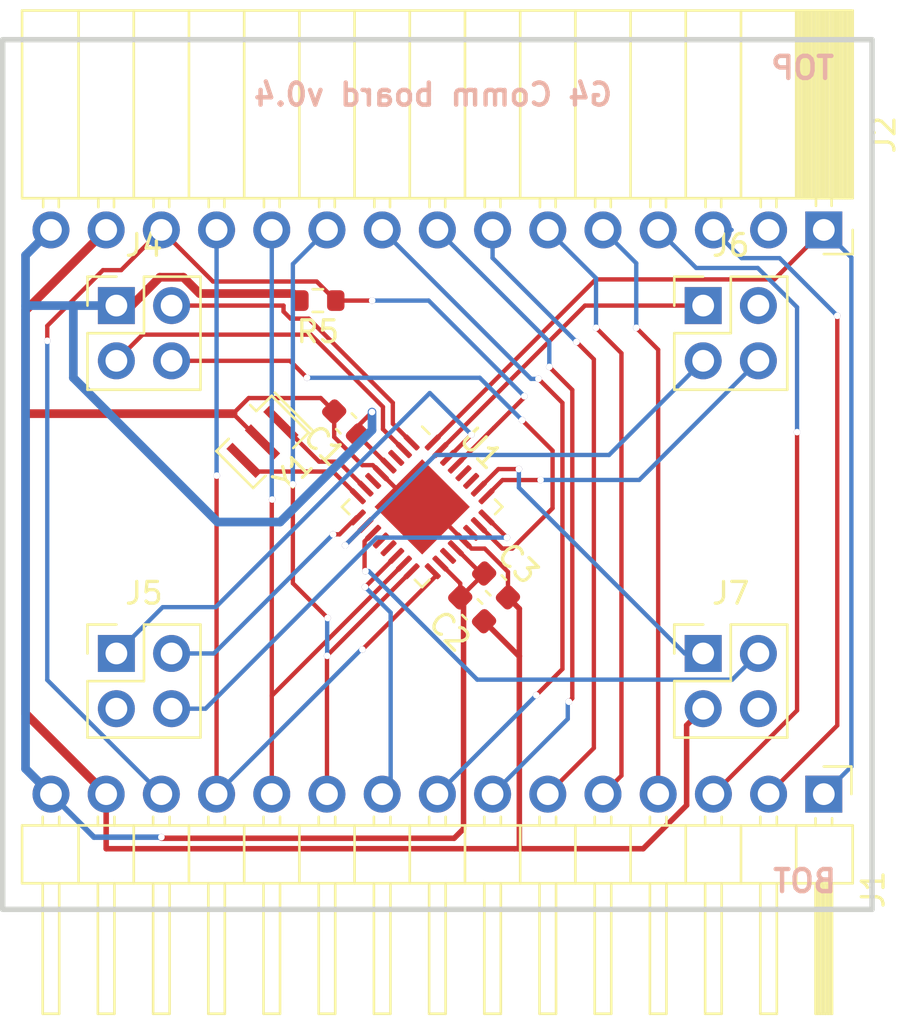
<source format=kicad_pcb>
(kicad_pcb (version 20221018) (generator pcbnew)
  (layers (0 "F.Cu" signal) (31 "B.Cu" signal) (34 "B.Paste" user) (35 "F.Paste" user) (36 "B.SilkS" user "B.Silkscreen") (37 "F.SilkS" user "F.Silkscreen") (38 "B.Mask" user) (39 "F.Mask" user) (44 "Edge.Cuts" user))
  (net 0 "")
  (net 1 "+5V")
  (net 2 "/B0_CS0")
  (net 3 "/B0_CS1")
  (net 4 "/B0_CS2")
  (net 5 "/B0_CS3")
  (net 6 "/B0_CS4")
  (net 7 "/B0_CS5")
  (net 8 "/B0_CS6")
  (net 9 "/B0_CS7")
  (net 10 "/B0_MISO")
  (net 11 "/B0_MOSI")
  (net 12 "/B0_SCK")
  (net 13 "/B1_CS0")
  (net 14 "/B1_CS1")
  (net 15 "/B1_CS2")
  (net 16 "/B1_CS3")
  (net 17 "/B1_MISO")
  (net 18 "/B1_MOSI")
  (net 19 "/B1_SCK")
  (net 20 "/EXT_INT0")
  (net 21 "/RESET_DRV0")
  (net 22 "/RESET_DRV1")
  (net 23 "/RESET_DRV2")
  (net 24 "/RESET_DRV3")
  (net 25 "/RESET_MSTR")
  (net 26 "/XTAL1")
  (net 27 "/XTAL2")
  (net 28 "GND")
  (footprint "Connector_PinSocket_2.54mm:PinSocket_2x02_P2.54mm_Vertical" (layer "F.Cu") (at 57.77 62.23)
    (fp_text reference "J4" (at -1.27 -2.77) (layer "F.SilkS"))
    (fp_text value "2x2 socket")
    (pad "1" thru_hole rect (at -2.54 0) (size 1.7 1.7) (drill 1) (layers "*.Cu" "*.Mask") (net 1 "+5V"))
    (pad "2" thru_hole oval (at 0 0) (size 1.7 1.7) (drill 1) (layers "*.Cu" "*.Mask") (net 13 "/B1_CS0"))
    (pad "3" thru_hole oval (at -2.54 2.54) (size 1.7 1.7) (drill 1) (layers "*.Cu" "*.Mask") (net 19 "/B1_SCK"))
    (pad "4" thru_hole oval (at 0 2.54) (size 1.7 1.7) (drill 1) (layers "*.Cu" "*.Mask") (net 21 "/RESET_DRV0"))
  )
  (footprint "Connector_PinSocket_2.54mm:PinSocket_2x02_P2.54mm_Vertical" (layer "F.Cu") (at 84.77 62.23)
    (fp_text reference "J6" (at -1.27 -2.77) (layer "F.SilkS"))
    (fp_text value "2x2 socket")
    (pad "1" thru_hole rect (at -2.54 0) (size 1.7 1.7) (drill 1) (layers "*.Cu" "*.Mask") (net 18 "/B1_MOSI"))
    (pad "2" thru_hole oval (at 0 0) (size 1.7 1.7) (drill 1) (layers "*.Cu" "*.Mask"))
    (pad "3" thru_hole oval (at -2.54 2.54) (size 1.7 1.7) (drill 1) (layers "*.Cu" "*.Mask") (net 15 "/B1_CS2"))
    (pad "4" thru_hole oval (at 0 2.54) (size 1.7 1.7) (drill 1) (layers "*.Cu" "*.Mask") (net 23 "/RESET_DRV2"))
  )
  (footprint "Connector_PinSocket_2.54mm:PinSocket_2x02_P2.54mm_Vertical" (layer "F.Cu") (at 57.77 78.23)
    (fp_text reference "J5" (at -1.27 -2.77) (layer "F.SilkS"))
    (fp_text value "2x2 socket")
    (pad "1" thru_hole rect (at -2.54 0) (size 1.7 1.7) (drill 1) (layers "*.Cu" "*.Mask") (net 17 "/B1_MISO"))
    (pad "2" thru_hole oval (at 0 0) (size 1.7 1.7) (drill 1) (layers "*.Cu" "*.Mask") (net 14 "/B1_CS1"))
    (pad "3" thru_hole oval (at -2.54 2.54) (size 1.7 1.7) (drill 1) (layers "*.Cu" "*.Mask"))
    (pad "4" thru_hole oval (at 0 2.54) (size 1.7 1.7) (drill 1) (layers "*.Cu" "*.Mask") (net 22 "/RESET_DRV1"))
  )
  (footprint "Capacitor_SMD:C_0603_1608Metric" (layer "F.Cu") (at 71.6 76.2 -45)
    (fp_text reference "C2" (at -0.025 1.45 135) (layer "F.SilkS"))
    (fp_text value "100nF")
    (pad "1" smd roundrect (at -0.775 0 315) (size 0.9 0.95) (layers "F.Cu" "F.Paste" "F.Mask") (net 1 "+5V"))
    (pad "2" smd roundrect (at 0.775 0 315) (size 0.9 0.95) (layers "F.Cu" "F.Paste" "F.Mask") (net 28 "GND"))
  )
  (footprint "Connector_PinSocket_2.54mm:PinSocket_2x02_P2.54mm_Vertical" (layer "F.Cu") (at 84.77 78.23)
    (fp_text reference "J7" (at -1.27 -2.77) (layer "F.SilkS"))
    (fp_text value "2x2 socket")
    (pad "1" thru_hole rect (at -2.54 0) (size 1.7 1.7) (drill 1) (layers "*.Cu" "*.Mask") (net 24 "/RESET_DRV3"))
    (pad "2" thru_hole oval (at 0 0) (size 1.7 1.7) (drill 1) (layers "*.Cu" "*.Mask") (net 16 "/B1_CS3"))
    (pad "3" thru_hole oval (at -2.54 2.54) (size 1.7 1.7) (drill 1) (layers "*.Cu" "*.Mask") (net 28 "GND"))
    (pad "4" thru_hole oval (at 0 2.54) (size 1.7 1.7) (drill 1) (layers "*.Cu" "*.Mask"))
  )
  (footprint "Resistor_SMD:R_0603_1608Metric" (layer "F.Cu") (at 64.5 62 180)
    (fp_text reference "R5" (at 0 -1.43) (layer "F.SilkS"))
    (fp_text value "4.7k")
    (pad "1" smd roundrect (at -0.825 0 180) (size 0.8 0.95) (layers "F.Cu" "F.Paste" "F.Mask") (net 25 "/RESET_MSTR"))
    (pad "2" smd roundrect (at 0.825 0 180) (size 0.8 0.95) (layers "F.Cu" "F.Paste" "F.Mask") (net 1 "+5V"))
  )
  (footprint "Connector_PinHeader_2.54mm:PinHeader_1x15_P2.54mm_Horizontal" (layer "F.Cu") (at 87.78 84.7 -90)
    (fp_text reference "J1" (at 4.385 -2.27 90) (layer "F.SilkS"))
    (fp_text value "1x15 header")
    (pad "1" thru_hole rect (at 0 0 270) (size 1.7 1.7) (drill 1) (layers "*.Cu" "*.Mask") (net 20 "/EXT_INT0"))
    (pad "2" thru_hole oval (at 0 2.54 270) (size 1.7 1.7) (drill 1) (layers "*.Cu" "*.Mask") (net 9 "/B0_CS7"))
    (pad "3" thru_hole oval (at 0 5.08 270) (size 1.7 1.7) (drill 1) (layers "*.Cu" "*.Mask") (net 8 "/B0_CS6"))
    (pad "4" thru_hole oval (at 0 7.62 270) (size 1.7 1.7) (drill 1) (layers "*.Cu" "*.Mask") (net 7 "/B0_CS5"))
    (pad "5" thru_hole oval (at 0 10.16 270) (size 1.7 1.7) (drill 1) (layers "*.Cu" "*.Mask") (net 6 "/B0_CS4"))
    (pad "6" thru_hole oval (at 0 12.7 270) (size 1.7 1.7) (drill 1) (layers "*.Cu" "*.Mask") (net 5 "/B0_CS3"))
    (pad "7" thru_hole oval (at 0 15.24 270) (size 1.7 1.7) (drill 1) (layers "*.Cu" "*.Mask") (net 4 "/B0_CS2"))
    (pad "8" thru_hole oval (at 0 17.78 270) (size 1.7 1.7) (drill 1) (layers "*.Cu" "*.Mask") (net 3 "/B0_CS1"))
    (pad "9" thru_hole oval (at 0 20.32 270) (size 1.7 1.7) (drill 1) (layers "*.Cu" "*.Mask") (net 2 "/B0_CS0"))
    (pad "10" thru_hole oval (at 0 22.86 270) (size 1.7 1.7) (drill 1) (layers "*.Cu" "*.Mask") (net 10 "/B0_MISO"))
    (pad "11" thru_hole oval (at 0 25.4 270) (size 1.7 1.7) (drill 1) (layers "*.Cu" "*.Mask") (net 11 "/B0_MOSI"))
    (pad "12" thru_hole oval (at 0 27.94 270) (size 1.7 1.7) (drill 1) (layers "*.Cu" "*.Mask") (net 12 "/B0_SCK"))
    (pad "13" thru_hole oval (at 0 30.48 270) (size 1.7 1.7) (drill 1) (layers "*.Cu" "*.Mask") (net 25 "/RESET_MSTR"))
    (pad "14" thru_hole oval (at 0 33.02 270) (size 1.7 1.7) (drill 1) (layers "*.Cu" "*.Mask") (net 28 "GND"))
    (pad "15" thru_hole oval (at 0 35.56 270) (size 1.7 1.7) (drill 1) (layers "*.Cu" "*.Mask") (net 1 "+5V"))
  )
  (footprint "Connector_PinSocket_2.54mm:PinSocket_1x15_P2.54mm_Horizontal" (layer "F.Cu") (at 87.78 58.75 -90)
    (fp_text reference "J2" (at -4.38 -2.77 90) (layer "F.SilkS"))
    (fp_text value "1x15 socket")
    (pad "1" thru_hole rect (at 0 0 270) (size 1.7 1.7) (drill 1) (layers "*.Cu" "*.Mask") (net 20 "/EXT_INT0"))
    (pad "2" thru_hole oval (at 0 2.54 270) (size 1.7 1.7) (drill 1) (layers "*.Cu" "*.Mask"))
    (pad "3" thru_hole oval (at 0 5.08 270) (size 1.7 1.7) (drill 1) (layers "*.Cu" "*.Mask") (net 9 "/B0_CS7"))
    (pad "4" thru_hole oval (at 0 7.62 270) (size 1.7 1.7) (drill 1) (layers "*.Cu" "*.Mask") (net 8 "/B0_CS6"))
    (pad "5" thru_hole oval (at 0 10.16 270) (size 1.7 1.7) (drill 1) (layers "*.Cu" "*.Mask") (net 7 "/B0_CS5"))
    (pad "6" thru_hole oval (at 0 12.7 270) (size 1.7 1.7) (drill 1) (layers "*.Cu" "*.Mask") (net 6 "/B0_CS4"))
    (pad "7" thru_hole oval (at 0 15.24 270) (size 1.7 1.7) (drill 1) (layers "*.Cu" "*.Mask") (net 5 "/B0_CS3"))
    (pad "8" thru_hole oval (at 0 17.78 270) (size 1.7 1.7) (drill 1) (layers "*.Cu" "*.Mask") (net 4 "/B0_CS2"))
    (pad "9" thru_hole oval (at 0 20.32 270) (size 1.7 1.7) (drill 1) (layers "*.Cu" "*.Mask") (net 3 "/B0_CS1"))
    (pad "10" thru_hole oval (at 0 22.86 270) (size 1.7 1.7) (drill 1) (layers "*.Cu" "*.Mask") (net 10 "/B0_MISO"))
    (pad "11" thru_hole oval (at 0 25.4 270) (size 1.7 1.7) (drill 1) (layers "*.Cu" "*.Mask") (net 11 "/B0_MOSI"))
    (pad "12" thru_hole oval (at 0 27.94 270) (size 1.7 1.7) (drill 1) (layers "*.Cu" "*.Mask") (net 12 "/B0_SCK"))
    (pad "13" thru_hole oval (at 0 30.48 270) (size 1.7 1.7) (drill 1) (layers "*.Cu" "*.Mask") (net 25 "/RESET_MSTR"))
    (pad "14" thru_hole oval (at 0 33.02 270) (size 1.7 1.7) (drill 1) (layers "*.Cu" "*.Mask") (net 28 "GND"))
    (pad "15" thru_hole oval (at 0 35.56 270) (size 1.7 1.7) (drill 1) (layers "*.Cu" "*.Mask") (net 1 "+5V"))
  )
  (footprint "Package_DFN_QFN:QFN-32-1EP_5x5mm_P0.5mm_EP3.1x3.1mm" (layer "F.Cu") (at 69.3 71.4875 -45)
    (fp_text reference "U1" (at 0 -3.82 135) (layer "F.SilkS"))
    (fp_text value "ATmega328PB-M")
    (pad "1" smd roundrect (at -2.4375 -1.75 315) (size 0.875 0.25) (layers "F.Cu" "F.Paste" "F.Mask") (net 13 "/B1_CS0"))
    (pad "2" smd roundrect (at -2.4375 -1.25 315) (size 0.875 0.25) (layers "F.Cu" "F.Paste" "F.Mask") (net 19 "/B1_SCK"))
    (pad "3" smd roundrect (at -2.4375 -0.75 315) (size 0.875 0.25) (layers "F.Cu" "F.Paste" "F.Mask"))
    (pad "4" smd roundrect (at -2.4375 -0.25 315) (size 0.875 0.25) (layers "F.Cu" "F.Paste" "F.Mask") (net 1 "+5V"))
    (pad "5" smd roundrect (at -2.4375 0.25 315) (size 0.875 0.25) (layers "F.Cu" "F.Paste" "F.Mask") (net 28 "GND"))
    (pad "6" smd roundrect (at -2.4375 0.75 315) (size 0.875 0.25) (layers "F.Cu" "F.Paste" "F.Mask"))
    (pad "7" smd roundrect (at -2.4375 1.25 315) (size 0.875 0.25) (layers "F.Cu" "F.Paste" "F.Mask") (net 26 "/XTAL1"))
    (pad "8" smd roundrect (at -2.4375 1.75 315) (size 0.875 0.25) (layers "F.Cu" "F.Paste" "F.Mask") (net 27 "/XTAL2"))
    (pad "9" smd roundrect (at -1.75 2.4375 315) (size 0.25 0.875) (layers "F.Cu" "F.Paste" "F.Mask") (net 14 "/B1_CS1"))
    (pad "10" smd roundrect (at -1.25 2.4375 315) (size 0.25 0.875) (layers "F.Cu" "F.Paste" "F.Mask") (net 15 "/B1_CS2"))
    (pad "11" smd roundrect (at -0.75 2.4375 315) (size 0.25 0.875) (layers "F.Cu" "F.Paste" "F.Mask") (net 16 "/B1_CS3"))
    (pad "12" smd roundrect (at -0.25 2.4375 315) (size 0.25 0.875) (layers "F.Cu" "F.Paste" "F.Mask"))
    (pad "13" smd roundrect (at 0.25 2.4375 315) (size 0.25 0.875) (layers "F.Cu" "F.Paste" "F.Mask"))
    (pad "14" smd roundrect (at 0.75 2.4375 315) (size 0.25 0.875) (layers "F.Cu" "F.Paste" "F.Mask") (net 2 "/B0_CS0"))
    (pad "15" smd roundrect (at 1.25 2.4375 315) (size 0.25 0.875) (layers "F.Cu" "F.Paste" "F.Mask") (net 11 "/B0_MOSI"))
    (pad "16" smd roundrect (at 1.75 2.4375 315) (size 0.25 0.875) (layers "F.Cu" "F.Paste" "F.Mask") (net 10 "/B0_MISO"))
    (pad "17" smd roundrect (at 2.4375 1.75 315) (size 0.875 0.25) (layers "F.Cu" "F.Paste" "F.Mask") (net 12 "/B0_SCK"))
    (pad "18" smd roundrect (at 2.4375 1.25 315) (size 0.875 0.25) (layers "F.Cu" "F.Paste" "F.Mask") (net 1 "+5V"))
    (pad "19" smd roundrect (at 2.4375 0.75 315) (size 0.875 0.25) (layers "F.Cu" "F.Paste" "F.Mask"))
    (pad "20" smd roundrect (at 2.4375 0.25 315) (size 0.875 0.25) (layers "F.Cu" "F.Paste" "F.Mask") (net 1 "+5V"))
    (pad "21" smd roundrect (at 2.4375 -0.25 315) (size 0.875 0.25) (layers "F.Cu" "F.Paste" "F.Mask") (net 28 "GND"))
    (pad "22" smd roundrect (at 2.4375 -0.75 315) (size 0.875 0.25) (layers "F.Cu" "F.Paste" "F.Mask"))
    (pad "23" smd roundrect (at 2.4375 -1.25 315) (size 0.875 0.25) (layers "F.Cu" "F.Paste" "F.Mask") (net 21 "/RESET_DRV0"))
    (pad "24" smd roundrect (at 2.4375 -1.75 315) (size 0.875 0.25) (layers "F.Cu" "F.Paste" "F.Mask") (net 22 "/RESET_DRV1"))
    (pad "25" smd roundrect (at 1.75 -2.4375 315) (size 0.25 0.875) (layers "F.Cu" "F.Paste" "F.Mask") (net 23 "/RESET_DRV2"))
    (pad "26" smd roundrect (at 1.25 -2.4375 315) (size 0.25 0.875) (layers "F.Cu" "F.Paste" "F.Mask") (net 24 "/RESET_DRV3"))
    (pad "27" smd roundrect (at 0.75 -2.4375 315) (size 0.25 0.875) (layers "F.Cu" "F.Paste" "F.Mask"))
    (pad "28" smd roundrect (at 0.25 -2.4375 315) (size 0.25 0.875) (layers "F.Cu" "F.Paste" "F.Mask"))
    (pad "29" smd roundrect (at -0.25 -2.4375 315) (size 0.25 0.875) (layers "F.Cu" "F.Paste" "F.Mask") (net 25 "/RESET_MSTR"))
    (pad "30" smd roundrect (at -0.75 -2.4375 315) (size 0.25 0.875) (layers "F.Cu" "F.Paste" "F.Mask") (net 17 "/B1_MISO"))
    (pad "31" smd roundrect (at -1.25 -2.4375 315) (size 0.25 0.875) (layers "F.Cu" "F.Paste" "F.Mask") (net 18 "/B1_MOSI"))
    (pad "32" smd roundrect (at -1.75 -2.4375 315) (size 0.25 0.875) (layers "F.Cu" "F.Paste" "F.Mask") (net 20 "/EXT_INT0"))
    (pad "33" smd rect (at 0 0 315) (size 3.1 3.1) (layers "F.Cu" "F.Mask") (net 28 "GND"))
  )
  (footprint "Capacitor_SMD:C_0603_1608Metric" (layer "F.Cu") (at 72.7 75.1 -45)
    (fp_text reference "C3" (at 0 -1.43 135) (layer "F.SilkS"))
    (fp_text value "100nF")
    (pad "1" smd roundrect (at -0.775 0 315) (size 0.9 0.95) (layers "F.Cu" "F.Paste" "F.Mask") (net 1 "+5V"))
    (pad "2" smd roundrect (at 0.775 0 315) (size 0.9 0.95) (layers "F.Cu" "F.Paste" "F.Mask") (net 28 "GND"))
  )
  (footprint "Crystal:Resonator_SMD_Murata_CSTxExxV-3Pin_3.0x1.1mm" (layer "F.Cu") (at 61.951472 68.498528 -135)
    (fp_text reference "Y1" (at 0 -2 45) (layer "F.SilkS"))
    (fp_text value "20MHz")
    (pad "1" smd rect (at -1.2 0 225) (size 0.4 1.9) (layers "F.Cu" "F.Paste" "F.Mask") (net 26 "/XTAL1"))
    (pad "2" smd rect (at 0 0 225) (size 0.4 1.9) (layers "F.Cu" "F.Paste" "F.Mask") (net 28 "GND"))
    (pad "3" smd rect (at 1.2 0 225) (size 0.4 1.9) (layers "F.Cu" "F.Paste" "F.Mask") (net 27 "/XTAL2"))
  )
  (footprint "Capacitor_SMD:C_0603_1608Metric" (layer "F.Cu") (at 65.8 67.65 135)
    (fp_text reference "C1" (at 0 -1.43 135) (layer "F.SilkS"))
    (fp_text value "100nF")
    (pad "1" smd roundrect (at -0.775 0 135) (size 0.9 0.95) (layers "F.Cu" "F.Paste" "F.Mask") (net 1 "+5V"))
    (pad "2" smd roundrect (at 0.775 0 135) (size 0.9 0.95) (layers "F.Cu" "F.Paste" "F.Mask") (net 28 "GND"))
  )
  (gr_line (start 90 90) (end 90 50) (stroke (width 0.25)) (layer "Edge.Cuts"))
  (gr_line (start 90 50) (end 50 50) (stroke (width 0.25)) (layer "Edge.Cuts"))
  (gr_line (start 50 50) (end 50 90) (stroke (width 0.25)) (layer "Edge.Cuts"))
  (gr_line (start 50 90) (end 90 90) (stroke (width 0.25)) (layer "Edge.Cuts"))
  (gr_text "BOT" (at 86.9 88.7) (layer "B.SilkS") (effects (font (size 1.016 1.016) (thickness 0.2032)) (justify mirror)))
  (gr_text "G4 Comm board v0.4" (at 69.7992 52.5272) (layer "B.SilkS") (effects (font (size 1.016 1.016) (thickness 0.2032)) (justify mirror)))
  (gr_text "TOP" (at 86.8 51.3) (layer "B.SilkS") (effects (font (size 1.016 1.016) (thickness 0.2032)) (justify mirror)))
  (segment (start 72.010939 74.551992) (end 72.151992 74.551992) (width 0.2) (layer "F.Cu") (net 1))
  (segment (start 66.348008 67.771547) (end 66.9925 67.127055) (width 0.2) (layer "F.Cu") (net 1))
  (segment (start 59.060135 61.676) (end 63.351 61.676) (width 0.4) (layer "F.Cu") (net 1))
  (segment (start 71.051992 75.651992) (end 72.151992 74.551992) (width 0.2) (layer "F.Cu") (net 1))
  (segment (start 70.139689 74.094956) (end 71.051992 75.007259) (width 0.2) (layer "F.Cu") (net 1))
  (segment (start 66.348008 68.198008) (end 66.348008 67.771547) (width 0.2) (layer "F.Cu") (net 1))
  (segment (start 63.351 61.676) (end 63.675 62) (width 0.4) (layer "F.Cu") (net 1))
  (segment (start 71.204 86.296) (end 70.771 86.729) (width 0.254) (layer "F.Cu") (net 1))
  (segment (start 58.310135 60.926) (end 59.060135 61.676) (width 0.4) (layer "F.Cu") (net 1))
  (segment (start 70.771 86.729) (end 57.3 86.729) (width 0.254) (layer "F.Cu") (net 1))
  (segment (start 66.348008 68.198008) (end 66.000456 68.198008) (width 0.2) (layer "F.Cu") (net 1))
  (segment (start 71.204 75.804) (end 71.204 86.296) (width 0.254) (layer "F.Cu") (net 1))
  (segment (start 67.753204 69.587151) (end 67.737151 69.587151) (width 0.2) (layer "F.Cu") (net 1))
  (segment (start 55.925865 62.23) (end 57.229865 60.926) (width 0.4) (layer "F.Cu") (net 1))
  (segment (start 71.051992 75.007259) (end 71.051992 75.651992) (width 0.2) (layer "F.Cu") (net 1))
  (segment (start 67.737151 69.587151) (end 66.348008 68.198008) (width 0.2) (layer "F.Cu") (net 1))
  (segment (start 57.229865 60.926) (end 58.310135 60.926) (width 0.4) (layer "F.Cu") (net 1))
  (segment (start 71.051992 75.651992) (end 71.204 75.804) (width 0.2) (layer "F.Cu") (net 1))
  (segment (start 55.23 62.23) (end 55.925865 62.23) (width 0.4) (layer "F.Cu") (net 1))
  (segment (start 57.3 86.729) (end 57.3 86.6795) (width 0.2) (layer "F.Cu") (net 1))
  (segment (start 70.846796 73.387849) (end 72.010939 74.551992) (width 0.2) (layer "F.Cu") (net 1))
  (via (at 66.9925 67.127055) (size 0.3) (drill 0.5) (layers "F.Cu" "B.Cu") (net 1))
  (via (at 57.3 86.6795) (size 0.3) (drill 0.5) (layers "F.Cu" "B.Cu") (net 1))
  (segment (start 51.05 62.25) (end 51.05 59.92) (width 0.4) (layer "B.Cu") (net 1))
  (segment (start 53.25 62.23) (end 51.07 62.23) (width 0.4) (layer "B.Cu") (net 1))
  (segment (start 52.22 84.7) (end 51.05 83.53) (width 0.4) (layer "B.Cu") (net 1))
  (segment (start 51.05 83.53) (end 51.05 62.25) (width 0.4) (layer "B.Cu") (net 1))
  (segment (start 52.22 84.7) (end 54.1995 86.6795) (width 0.254) (layer "B.Cu") (net 1))
  (segment (start 51.05 59.92) (end 52.22 58.75) (width 0.4) (layer "B.Cu") (net 1))
  (segment (start 55.23 62.23) (end 53.25 62.23) (width 0.4) (layer "B.Cu") (net 1))
  (segment (start 59.883474 72.183474) (end 53.25 65.55) (width 0.4) (layer "B.Cu") (net 1))
  (segment (start 66.9925 67.9575) (end 62.766526 72.183474) (width 0.4) (layer "B.Cu") (net 1))
  (segment (start 51.07 62.23) (end 51.05 62.25) (width 0.4) (layer "B.Cu") (net 1))
  (segment (start 54.1995 86.6795) (end 57.3 86.6795) (width 0.254) (layer "B.Cu") (net 1))
  (segment (start 53.25 65.55) (end 53.25 62.23) (width 0.4) (layer "B.Cu") (net 1))
  (segment (start 62.766526 72.183474) (end 59.883474 72.183474) (width 0.4) (layer "B.Cu") (net 1))
  (segment (start 66.9925 67.127055) (end 66.9925 67.9575) (width 0.4) (layer "B.Cu") (net 1))
  (segment (start 66.671605 75.171605) (end 66.676555 75.171605) (width 0.2) (layer "F.Cu") (net 2))
  (segment (start 66.676555 75.171605) (end 68.106757 73.741403) (width 0.2) (layer "F.Cu") (net 2))
  (via (at 66.671605 75.171605) (size 0.3) (drill 0.5) (layers "F.Cu" "B.Cu") (net 2))
  (segment (start 67.85 76.35) (end 66.671605 75.171605) (width 0.2) (layer "B.Cu") (net 2))
  (segment (start 67.46 84.7) (end 67.85 84.31) (width 0.2) (layer "B.Cu") (net 2))
  (segment (start 67.85 84.31) (end 67.85 76.35) (width 0.2) (layer "B.Cu") (net 2))
  (segment (start 75.754 66.704) (end 74.65 65.6) (width 0.2) (layer "F.Cu") (net 3))
  (segment (start 75.754 78.946) (end 75.754 66.704) (width 0.2) (layer "F.Cu") (net 3))
  (segment (start 74.55 80.15) (end 75.754 78.946) (width 0.2) (layer "F.Cu") (net 3))
  (via (at 74.55 80.15) (size 0.3) (drill 0.5) (layers "F.Cu" "B.Cu") (net 3))
  (via (at 74.65 65.6) (size 0.3) (drill 0.5) (layers "F.Cu" "B.Cu") (net 3))
  (segment (start 74.31 65.6) (end 67.46 58.75) (width 0.2) (layer "B.Cu") (net 3))
  (segment (start 74.65 65.6) (end 74.31 65.6) (width 0.2) (layer "B.Cu") (net 3))
  (segment (start 70 84.7) (end 74.55 80.15) (width 0.2) (layer "B.Cu") (net 3))
  (segment (start 76.05 80.45) (end 76.208 80.292) (width 0.2) (layer "F.Cu") (net 4))
  (segment (start 76.208 80.292) (end 76.208 66.108) (width 0.2) (layer "F.Cu") (net 4))
  (segment (start 76.208 66.108) (end 75.15 65.05) (width 0.2) (layer "F.Cu") (net 4))
  (via (at 75.15 65.05) (size 0.3) (drill 0.5) (layers "F.Cu" "B.Cu") (net 4))
  (via (at 76.05 80.45) (size 0.3) (drill 0.5) (layers "F.Cu" "B.Cu") (net 4))
  (segment (start 75.15 65.05) (end 75.15 63.9) (width 0.2) (layer "B.Cu") (net 4))
  (segment (start 76 80.5) (end 76.05 80.45) (width 0.2) (layer "B.Cu") (net 4))
  (segment (start 76 81.24) (end 76 80.5) (width 0.2) (layer "B.Cu") (net 4))
  (segment (start 72.54 84.7) (end 76 81.24) (width 0.2) (layer "B.Cu") (net 4))
  (segment (start 75.15 63.9) (end 70 58.75) (width 0.2) (layer "B.Cu") (net 4))
  (segment (start 77.2 82.58) (end 75.08 84.7) (width 0.2) (layer "F.Cu") (net 5))
  (segment (start 77.2 64.7) (end 77.2 82.58) (width 0.2) (layer "F.Cu") (net 5))
  (segment (start 76.4 63.9) (end 77.2 64.7) (width 0.2) (layer "F.Cu") (net 5))
  (via (at 76.4 63.9) (size 0.3) (drill 0.5) (layers "F.Cu" "B.Cu") (net 5))
  (segment (start 72.54 60.04) (end 72.54 58.75) (width 0.2) (layer "B.Cu") (net 5))
  (segment (start 76.4 63.9) (end 72.54 60.04) (width 0.2) (layer "B.Cu") (net 5))
  (segment (start 78.47 64.42) (end 77.3 63.25) (width 0.2) (layer "F.Cu") (net 6))
  (segment (start 77.62 84.7) (end 78.47 83.85) (width 0.2) (layer "F.Cu") (net 6))
  (segment (start 78.47 83.85) (end 78.47 64.42) (width 0.2) (layer "F.Cu") (net 6))
  (via (at 77.3 63.25) (size 0.3) (drill 0.5) (layers "F.Cu" "B.Cu") (net 6))
  (segment (start 77.3 60.97) (end 75.08 58.75) (width 0.2) (layer "B.Cu") (net 6))
  (segment (start 77.3 63.25) (end 77.3 60.97) (width 0.2) (layer "B.Cu") (net 6))
  (segment (start 80.16 64.26) (end 79.15 63.25) (width 0.2) (layer "F.Cu") (net 7))
  (segment (start 80.16 84.7) (end 80.16 64.26) (width 0.2) (layer "F.Cu") (net 7))
  (via (at 79.15 63.25) (size 0.3) (drill 0.5) (layers "F.Cu" "B.Cu") (net 7))
  (segment (start 79.15 63.25) (end 79.15 60.28) (width 0.2) (layer "B.Cu") (net 7))
  (segment (start 79.15 60.28) (end 77.62 58.75) (width 0.2) (layer "B.Cu") (net 7))
  (segment (start 86.55 80.85) (end 86.55 68.05) (width 0.2) (layer "F.Cu") (net 8))
  (segment (start 82.7 84.7) (end 86.55 80.85) (width 0.2) (layer "F.Cu") (net 8))
  (via (at 86.55 68.05) (size 0.3) (drill 0.5) (layers "F.Cu" "B.Cu") (net 8))
  (segment (start 86.55 62.307286) (end 84.742714 60.5) (width 0.2) (layer "B.Cu") (net 8))
  (segment (start 81.91 60.5) (end 80.16 58.75) (width 0.2) (layer "B.Cu") (net 8))
  (segment (start 86.55 68.05) (end 86.55 62.307286) (width 0.2) (layer "B.Cu") (net 8))
  (segment (start 84.742714 60.5) (end 81.91 60.5) (width 0.2) (layer "B.Cu") (net 8))
  (segment (start 88.4 62.7) (end 88.4 81.54) (width 0.2) (layer "F.Cu") (net 9))
  (segment (start 88.4 81.54) (end 85.24 84.7) (width 0.2) (layer "F.Cu") (net 9))
  (via (at 88.4 62.7) (size 0.3) (drill 0.5) (layers "F.Cu" "B.Cu") (net 9))
  (segment (start 83.537286 58.75) (end 82.7 58.75) (width 0.2) (layer "B.Cu") (net 9))
  (segment (start 85.746 60.046) (end 83.996 60.046) (width 0.2) (layer "B.Cu") (net 9))
  (segment (start 83.996 60.046) (end 82.7 58.75) (width 0.2) (layer "B.Cu") (net 9))
  (segment (start 88.4 62.7) (end 85.746 60.046) (width 0.2) (layer "B.Cu") (net 9))
  (segment (start 68.80149 74.44851) (end 64.92 78.33) (width 0.2) (layer "F.Cu") (net 10))
  (segment (start 64.92 78.33) (end 64.928662 78.338662) (width 0.2) (layer "F.Cu") (net 10))
  (segment (start 64.92 78.33) (end 64.92 84.7) (width 0.2) (layer "F.Cu") (net 10))
  (segment (start 64.95 76.6) (end 63.35 75) (width 0.2) (layer "F.Cu") (net 10))
  (segment (start 68.813864 74.44851) (end 68.80149 74.44851) (width 0.2) (layer "F.Cu") (net 10))
  (segment (start 63.35 75) (end 63.35 70.45) (width 0.2) (layer "F.Cu") (net 10))
  (via (at 63.35 70.45) (size 0.3) (drill 0.5) (layers "F.Cu" "B.Cu") (net 10))
  (via (at 64.928662 78.338662) (size 0.3) (drill 0.5) (layers "F.Cu" "B.Cu") (net 10))
  (via (at 64.95 76.6) (size 0.3) (drill 0.5) (layers "F.Cu" "B.Cu") (net 10))
  (segment (start 64.928662 78.338662) (end 64.928662 76.621338) (width 0.2) (layer "B.Cu") (net 10))
  (segment (start 64.928662 76.621338) (end 64.95 76.6) (width 0.2) (layer "B.Cu") (net 10))
  (segment (start 63.35 60.32) (end 64.92 58.75) (width 0.2) (layer "B.Cu") (net 10))
  (segment (start 63.35 70.45) (end 63.35 60.32) (width 0.2) (layer "B.Cu") (net 10))
  (segment (start 62.38 71.17) (end 62.4 71.15) (width 0.2) (layer "F.Cu") (net 11))
  (segment (start 62.38 80.175267) (end 62.38 84.7) (width 0.2) (layer "F.Cu") (net 11))
  (segment (start 62.38 80.175267) (end 62.38 71.17) (width 0.2) (layer "F.Cu") (net 11))
  (segment (start 68.460311 74.094956) (end 62.38 80.175267) (width 0.2) (layer "F.Cu") (net 11))
  (via (at 62.4 71.15) (size 0.3) (drill 0.5) (layers "F.Cu" "B.Cu") (net 11))
  (segment (start 62.4 71.15) (end 62.38 71.13) (width 0.2) (layer "B.Cu") (net 11))
  (segment (start 62.38 71.13) (end 62.38 58.75) (width 0.2) (layer "B.Cu") (net 11))
  (segment (start 59.84 70.06) (end 59.85 70.05) (width 0.2) (layer "F.Cu") (net 12))
  (segment (start 66.55 78.05) (end 69.95 74.65) (width 0.2) (layer "F.Cu") (net 12))
  (segment (start 59.84 84.7) (end 59.84 70.06) (width 0.2) (layer "F.Cu") (net 12))
  (segment (start 69.95 74.65) (end 69.95 74.582675) (width 0.2) (layer "F.Cu") (net 12))
  (segment (start 69.95 74.582675) (end 69.920301 74.582675) (width 0.2) (layer "F.Cu") (net 12))
  (segment (start 69.920301 74.582675) (end 69.786136 74.44851) (width 0.2) (layer "F.Cu") (net 12))
  (via (at 66.55 78.05) (size 0.3) (drill 0.5) (layers "F.Cu" "B.Cu") (net 12))
  (via (at 59.85 70.05) (size 0.3) (drill 0.5) (layers "F.Cu" "B.Cu") (net 12))
  (segment (start 59.84 70.04) (end 59.84 58.75) (width 0.2) (layer "B.Cu") (net 12))
  (segment (start 66.49 78.05) (end 66.55 78.05) (width 0.2) (layer "B.Cu") (net 12))
  (segment (start 59.85 70.05) (end 59.84 70.04) (width 0.2) (layer "B.Cu") (net 12))
  (segment (start 59.84 84.7) (end 66.49 78.05) (width 0.2) (layer "B.Cu") (net 12))
  (segment (start 68.813864 68.52649) (end 67.95 67.662626) (width 0.2) (layer "F.Cu") (net 13))
  (segment (start 63.245526 62.829) (end 62.921 62.504474) (width 0.2) (layer "F.Cu") (net 13))
  (segment (start 62.921 62.504474) (end 62.921 62.23) (width 0.2) (layer "F.Cu") (net 13))
  (segment (start 67.95 67.662626) (end 67.95 66.7) (width 0.2) (layer "F.Cu") (net 13))
  (segment (start 62.921 62.23) (end 57.77 62.23) (width 0.2) (layer "F.Cu") (net 13))
  (segment (start 67.95 66.7) (end 64.079 62.829) (width 0.2) (layer "F.Cu") (net 13))
  (segment (start 64.079 62.829) (end 63.245526 62.829) (width 0.2) (layer "F.Cu") (net 13))
  (segment (start 66.276364 71.973636) (end 65.5 72.75) (width 0.2) (layer "F.Cu") (net 14))
  (segment (start 66.33899 71.973636) (end 66.276364 71.973636) (width 0.2) (layer "F.Cu") (net 14))
  (segment (start 65.5 72.75) (end 65.2 72.75) (width 0.2) (layer "F.Cu") (net 14))
  (via (at 65.2 72.75) (size 0.3) (drill 0.5) (layers "F.Cu" "B.Cu") (net 14))
  (segment (start 65.2 72.75) (end 59.72 78.23) (width 0.2) (layer "B.Cu") (net 14))
  (segment (start 59.72 78.23) (end 57.77 78.23) (width 0.2) (layer "B.Cu") (net 14))
  (segment (start 66.684869 72.327189) (end 65.756029 73.256029) (width 0.2) (layer "F.Cu") (net 15))
  (segment (start 66.692544 72.327189) (end 66.684869 72.327189) (width 0.2) (layer "F.Cu") (net 15))
  (via (at 65.756029 73.256029) (size 0.3) (drill 0.5) (layers "F.Cu" "B.Cu") (net 15))
  (segment (start 65.756029 73.256029) (end 69.912058 69.1) (width 0.2) (layer "B.Cu") (net 15))
  (segment (start 77.9 69.1) (end 82.23 64.77) (width 0.2) (layer "B.Cu") (net 15))
  (segment (start 69.912058 69.1) (end 77.9 69.1) (width 0.2) (layer "B.Cu") (net 15))
  (segment (start 67.046097 72.680743) (end 67.044079 72.680743) (width 0.2) (layer "F.Cu") (net 16))
  (segment (start 67.046097 72.680743) (end 66.65 73.07684) (width 0.2) (layer "F.Cu") (net 16))
  (segment (start 66.65 74.4) (end 66.693051 74.443051) (width 0.2) (layer "F.Cu") (net 16))
  (segment (start 66.65 73.07684) (end 66.65 74.4) (width 0.2) (layer "F.Cu") (net 16))
  (segment (start 67.044079 72.680743) (end 67.044079 72.705921) (width 0.2) (layer "F.Cu") (net 16))
  (via (at 66.693051 74.443051) (size 0.3) (drill 0.5) (layers "F.Cu" "B.Cu") (net 16))
  (segment (start 83.566 79.434) (end 84.77 78.23) (width 0.2) (layer "B.Cu") (net 16))
  (segment (start 66.693051 74.443051) (end 66.843051 74.443051) (width 0.2) (layer "B.Cu") (net 16))
  (segment (start 66.843051 74.443051) (end 71.834 79.434) (width 0.2) (layer "B.Cu") (net 16))
  (segment (start 71.834 79.434) (end 83.566 79.434) (width 0.2) (layer "B.Cu") (net 16))
  (segment (start 70.498193 69.233597) (end 71.565895 68.165895) (width 0.2) (layer "F.Cu") (net 17))
  (segment (start 70.493243 69.233597) (end 70.498193 69.233597) (width 0.2) (layer "F.Cu") (net 17))
  (via (at 71.565895 68.165895) (size 0.3) (drill 0.5) (layers "F.Cu" "B.Cu") (net 17))
  (segment (start 71.565895 68.165895) (end 69.65 66.25) (width 0.2) (layer "B.Cu") (net 17))
  (segment (start 57.36 76.1) (end 55.23 78.23) (width 0.2) (layer "B.Cu") (net 17))
  (segment (start 59.8 76.1) (end 57.36 76.1) (width 0.2) (layer "B.Cu") (net 17))
  (segment (start 69.65 66.25) (end 59.8 76.1) (width 0.2) (layer "B.Cu") (net 17))
  (segment (start 76.789733 62.23) (end 82.23 62.23) (width 0.2) (layer "F.Cu") (net 18))
  (segment (start 70.139689 68.880044) (end 76.789733 62.23) (width 0.2) (layer "F.Cu") (net 18))
  (segment (start 55.23 64.77) (end 56.434 63.566) (width 0.2) (layer "F.Cu") (net 19))
  (segment (start 67.496 66.888052) (end 67.496 67.915733) (width 0.2) (layer "F.Cu") (net 19))
  (segment (start 67.496 67.915733) (end 68.460311 68.880044) (width 0.2) (layer "F.Cu") (net 19))
  (segment (start 56.434 63.566) (end 64.173948 63.566) (width 0.2) (layer "F.Cu") (net 19))
  (segment (start 64.173948 63.566) (end 67.496 66.888052) (width 0.2) (layer "F.Cu") (net 19))
  (segment (start 77.286626 61.026) (end 85.504 61.026) (width 0.2) (layer "F.Cu") (net 20))
  (segment (start 69.786136 68.52649) (end 77.286626 61.026) (width 0.2) (layer "F.Cu") (net 20))
  (segment (start 85.504 61.026) (end 87.78 58.75) (width 0.2) (layer "F.Cu") (net 20))
  (segment (start 89.05 60.02) (end 87.78 58.75) (width 0.2) (layer "B.Cu") (net 20))
  (segment (start 89.05 83.43) (end 89.05 60.02) (width 0.2) (layer "B.Cu") (net 20))
  (segment (start 87.78 84.7) (end 89.05 83.43) (width 0.2) (layer "B.Cu") (net 20))
  (segment (start 64 65.55) (end 63.22 64.77) (width 0.2) (layer "F.Cu") (net 21))
  (segment (start 63.22 64.77) (end 57.77 64.77) (width 0.2) (layer "F.Cu") (net 21))
  (segment (start 72.984267 73.404) (end 71.907456 72.327189) (width 0.2) (layer "F.Cu") (net 21))
  (segment (start 73.446 73.404) (end 72.984267 73.404) (width 0.2) (layer "F.Cu") (net 21))
  (segment (start 75.3 68.9) (end 75.3 71.55) (width 0.2) (layer "F.Cu") (net 21))
  (segment (start 73.9 67.5) (end 75.3 68.9) (width 0.2) (layer "F.Cu") (net 21))
  (segment (start 75.3 71.55) (end 73.446 73.404) (width 0.2) (layer "F.Cu") (net 21))
  (via (at 73.9 67.5) (size 0.3) (drill 0.5) (layers "F.Cu" "B.Cu") (net 21))
  (via (at 64 65.55) (size 0.3) (drill 0.5) (layers "F.Cu" "B.Cu") (net 21))
  (segment (start 71.95 65.55) (end 64 65.55) (width 0.2) (layer "B.Cu") (net 21))
  (segment (start 73.9 67.5) (end 71.95 65.55) (width 0.2) (layer "B.Cu") (net 21))
  (segment (start 72.273636 71.973636) (end 73.2 72.9) (width 0.2) (layer "F.Cu") (net 22))
  (segment (start 72.26101 71.973636) (end 72.273636 71.973636) (width 0.2) (layer "F.Cu") (net 22))
  (via (at 73.2 72.9) (size 0.3) (drill 0.5) (layers "F.Cu" "B.Cu") (net 22))
  (segment (start 67.2 72.9) (end 59.33 80.77) (width 0.2) (layer "B.Cu") (net 22))
  (segment (start 73.2 72.9) (end 67.2 72.9) (width 0.2) (layer "B.Cu") (net 22))
  (segment (start 59.33 80.77) (end 57.77 80.77) (width 0.2) (layer "B.Cu") (net 22))
  (segment (start 72.26101 70.98899) (end 72.26101 71.001364) (width 0.2) (layer "F.Cu") (net 23))
  (segment (start 74.75 70.25) (end 74.746 70.254) (width 0.2) (layer "F.Cu") (net 23))
  (segment (start 74.746 70.254) (end 72.996 70.254) (width 0.2) (layer "F.Cu") (net 23))
  (segment (start 72.996 70.254) (end 72.26101 70.98899) (width 0.2) (layer "F.Cu") (net 23))
  (via (at 74.75 70.25) (size 0.3) (drill 0.5) (layers "F.Cu" "B.Cu") (net 23))
  (segment (start 74.75 70.25) (end 79.29 70.25) (width 0.2) (layer "B.Cu") (net 23))
  (segment (start 79.29 70.25) (end 84.77 64.77) (width 0.2) (layer "B.Cu") (net 23))
  (segment (start 72.805267 69.75) (end 73.75 69.75) (width 0.2) (layer "F.Cu") (net 24))
  (segment (start 71.907456 70.647811) (end 72.805267 69.75) (width 0.2) (layer "F.Cu") (net 24))
  (via (at 73.75 69.75) (size 0.3) (drill 0.5) (layers "F.Cu" "B.Cu") (net 24))
  (segment (start 81.38 78.23) (end 82.23 78.23) (width 0.2) (layer "B.Cu") (net 24))
  (segment (start 73.75 70.6) (end 81.38 78.23) (width 0.2) (layer "B.Cu") (net 24))
  (segment (start 73.75 69.75) (end 73.75 70.6) (width 0.2) (layer "B.Cu") (net 24))
  (segment (start 52.05 63.85) (end 52.05 63.162714) (width 0.2) (layer "F.Cu") (net 25))
  (segment (start 55.45 60.6) (end 57.3 58.75) (width 0.2) (layer "F.Cu") (net 25))
  (segment (start 70.862849 69.587151) (end 72.6 67.85) (width 0.2) (layer "F.Cu") (net 25))
  (segment (start 57.3 58.75) (end 59.672 61.122) (width 0.2) (layer "F.Cu") (net 25))
  (segment (start 74 66.45) (end 74 66.4) (width 0.2) (layer "F.Cu") (net 25))
  (segment (start 59.672 61.122) (end 64.447 61.122) (width 0.2) (layer "F.Cu") (net 25))
  (segment (start 70.846796 69.587151) (end 70.862849 69.587151) (width 0.2) (layer "F.Cu") (net 25))
  (segment (start 54.612714 60.6) (end 55.45 60.6) (width 0.2) (layer "F.Cu") (net 25))
  (segment (start 64.447 61.122) (end 65.325 62) (width 0.2) (layer "F.Cu") (net 25))
  (segment (start 67 62) (end 65.325 62) (width 0.2) (layer "F.Cu") (net 25))
  (segment (start 72.6 67.85) (end 74 66.45) (width 0.2) (layer "F.Cu") (net 25))
  (segment (start 52.05 63.162714) (end 54.612714 60.6) (width 0.2) (layer "F.Cu") (net 25))
  (via (at 52.05 63.85) (size 0.3) (drill 0.5) (layers "F.Cu" "B.Cu") (net 25))
  (via (at 74 66.4) (size 0.3) (drill 0.5) (layers "F.Cu" "B.Cu") (net 25))
  (via (at 67 62) (size 0.3) (drill 0.5) (layers "F.Cu" "B.Cu") (net 25))
  (segment (start 69.6 62) (end 67 62) (width 0.2) (layer "B.Cu") (net 25))
  (segment (start 57.3 84.7) (end 52.05 79.45) (width 0.2) (layer "B.Cu") (net 25))
  (segment (start 74 66.4) (end 69.6 62) (width 0.2) (layer "B.Cu") (net 25))
  (segment (start 52.05 79.45) (end 52.05 63.85) (width 0.2) (layer "B.Cu") (net 25))
  (segment (start 64.558374 69.408374) (end 62.8 67.65) (width 0.2) (layer "F.Cu") (net 26))
  (segment (start 65.453107 69.408374) (end 64.558374 69.408374) (width 0.2) (layer "F.Cu") (net 26))
  (segment (start 66.692544 70.647811) (end 65.453107 69.408374) (width 0.2) (layer "F.Cu") (net 26))
  (segment (start 61.618262 69.862374) (end 61.102944 69.347056) (width 0.2) (layer "F.Cu") (net 27))
  (segment (start 66.33899 71.001364) (end 65.2 69.862374) (width 0.2) (layer "F.Cu") (net 27))
  (segment (start 65.2 69.862374) (end 61.618262 69.862374) (width 0.2) (layer "F.Cu") (net 27))
  (segment (start 73.771 78.35) (end 73.771 76.171) (width 0.254) (layer "F.Cu") (net 28))
  (segment (start 51.05 67.15) (end 51.1 67.2) (width 0.4) (layer "F.Cu") (net 28))
  (segment (start 73.75 87.21) (end 79.468897 87.21) (width 0.254) (layer "F.Cu") (net 28))
  (segment (start 65.251992 68.274376) (end 66.546014 69.568398) (width 0.2) (layer "F.Cu") (net 28))
  (segment (start 71.200349 73.034296) (end 69.653553 71.4875) (width 0.2) (layer "F.Cu") (net 28))
  (segment (start 73.55 87.21) (end 73.75 87.21) (width 0.254) (layer "F.Cu") (net 28))
  (segment (start 51.05 62.46) (end 51.05 67.15) (width 0.4) (layer "F.Cu") (net 28))
  (segment (start 81.469 85.209897) (end 81.469 81.531) (width 0.254) (layer "F.Cu") (net 28))
  (segment (start 73.771 76.171) (end 73.248008 75.648008) (width 0.254) (layer "F.Cu") (net 28))
  (segment (start 67.399651 69.940704) (end 68.946447 71.4875) (width 0.2) (layer "F.Cu") (net 28))
  (segment (start 69.653553 71.4875) (end 69.3 71.4875) (width 0.2) (layer "F.Cu") (net 28))
  (segment (start 79.468897 87.21) (end 81.469 85.209897) (width 0.254) (layer "F.Cu") (net 28))
  (segment (start 68.946447 71.4875) (end 69.3 71.4875) (width 0.2) (layer "F.Cu") (net 28))
  (segment (start 61.898528 68.498528) (end 60.6 67.2) (width 0.2) (layer "F.Cu") (net 28))
  (segment (start 73.75 87.21) (end 73.771 87.189) (width 0.254) (layer "F.Cu") (net 28))
  (segment (start 73.771 87.189) (end 73.771 78.35) (width 0.254) (layer "F.Cu") (net 28))
  (segment (start 67.027345 69.568398) (end 67.399651 69.940704) (width 0.2) (layer "F.Cu") (net 28))
  (segment (start 81.469 81.531) (end 82.23 80.77) (width 0.254) (layer "F.Cu") (net 28))
  (segment (start 73.771 78.35) (end 73.75 78.35) (width 0.254) (layer "F.Cu") (net 28))
  (segment (start 61.951472 68.498528) (end 61.898528 68.498528) (width 0.2) (layer "F.Cu") (net 28))
  (segment (start 66.546014 69.568398) (end 67.027345 69.568398) (width 0.2) (layer "F.Cu") (net 28))
  (segment (start 54.76 84.7) (end 54.76 87.21) (width 0.254) (layer "F.Cu") (net 28))
  (segment (start 51.05 80.99) (end 54.76 84.7) (width 0.4) (layer "F.Cu") (net 28))
  (segment (start 61.317173 66.482827) (end 64.632827 66.482827) (width 0.2) (layer "F.Cu") (net 28))
  (segment (start 64.632827 66.482827) (end 65.251992 67.101992) (width 0.2) (layer "F.Cu") (net 28))
  (segment (start 65.251992 67.101992) (end 65.251992 68.274376) (width 0.2) (layer "F.Cu") (net 28))
  (segment (start 54.76 58.75) (end 51.05 62.46) (width 0.4) (layer "F.Cu") (net 28))
  (segment (start 72.178986 73.406602) (end 73.248008 74.475624) (width 0.2) (layer "F.Cu") (net 28))
  (segment (start 71.572655 73.406602) (end 72.178986 73.406602) (width 0.2) (layer "F.Cu") (net 28))
  (segment (start 60.6 67.2) (end 51.1 67.2) (width 0.4) (layer "F.Cu") (net 28))
  (segment (start 51.05 67.25) (end 51.05 80.99) (width 0.4) (layer "F.Cu") (net 28))
  (segment (start 71.200349 73.034296) (end 71.572655 73.406602) (width 0.2) (layer "F.Cu") (net 28))
  (segment (start 54.76 87.21) (end 73.55 87.21) (width 0.254) (layer "F.Cu") (net 28))
  (segment (start 73.248008 74.475624) (end 73.248008 75.648008) (width 0.2) (layer "F.Cu") (net 28))
  (segment (start 51.1 67.2) (end 51.05 67.25) (width 0.4) (layer "F.Cu") (net 28))
  (segment (start 60.6 67.2) (end 61.317173 66.482827) (width 0.2) (layer "F.Cu") (net 28))
  (segment (start 73.75 78.35) (end 72.148008 76.748008) (width 0.254) (layer "F.Cu") (net 28))
)
</source>
